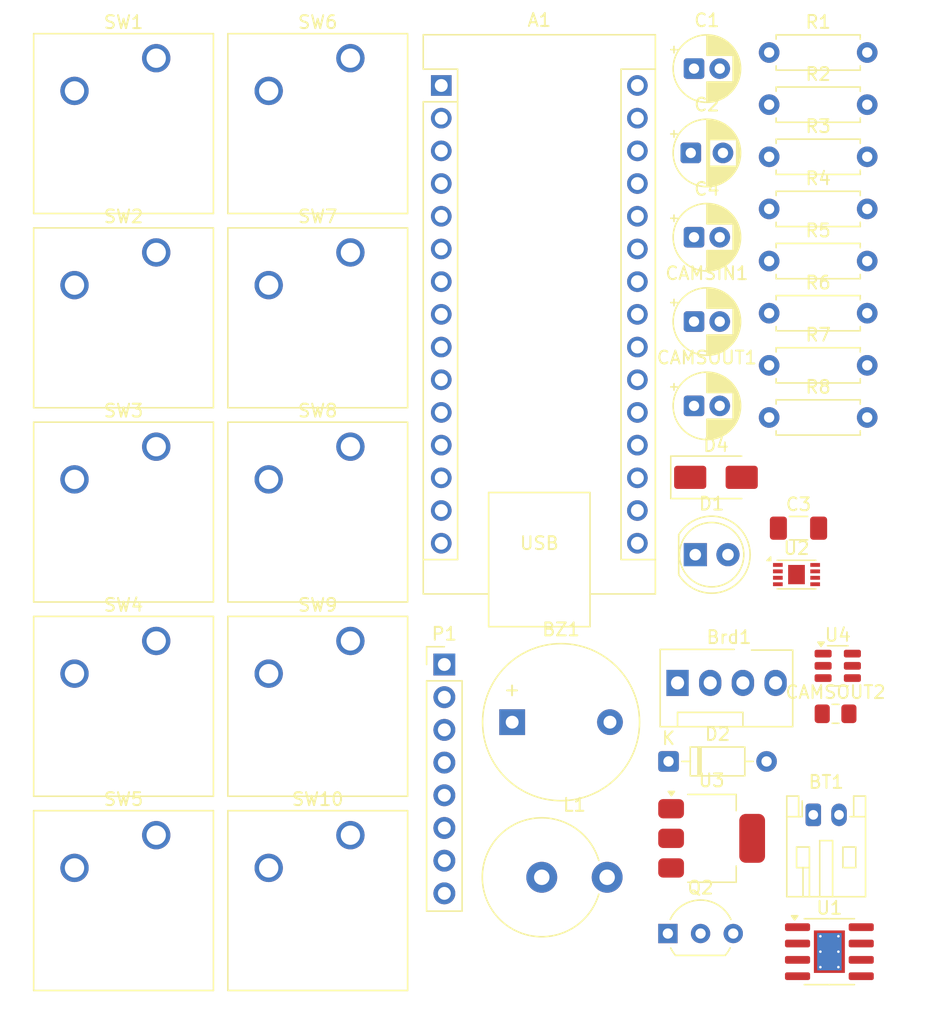
<source format=kicad_pcb>
(kicad_pcb (version 20241229) (generator "pcbnew") (generator_version "9.0")
  (layers (0 "F.Cu" signal) (2 "B.Cu" signal) (13 "F.Paste" user) (15 "B.Paste" user) (5 "F.SilkS" user "F.Silkscreen") (7 "B.SilkS" user "B.Silkscreen") (1 "F.Mask" user) (3 "B.Mask" user) (25 "Edge.Cuts" user))
  (net 0 "")
  (net 1 "5V")
  (net 4 "/SCL")
  (net 6 "/col2")
  (net 7 "/Sound")
  (net 10 "/col1")
  (net 11 "/rst")
  (net 12 "/SPI_MO")
  (net 13 "/row3")
  (net 16 "/SDA")
  (net 17 "/row1")
  (net 18 "/SPI_MI")
  (net 21 "/SPI_Clock")
  (net 22 "Net-(A1-~{RESET}-Pad28)")
  (net 23 "Net-(A1-~{RESET}-Pad3)")
  (net 24 "/row2")
  (net 26 "GND")
  (net 28 "/col3")
  (net 29 "/SS")
  (net 30 "BAT")
  (net 31 "Net-(BZ1--)")
  (net 32 "Net-(D4-K)")
  (net 33 "USB5V")
  (net 34 "3V3")
  (net 35 "Net-(D1-K)")
  (net 36 "Net-(D4-A)")
  (net 37 "Net-(U4-SW)")
  (net 38 "Net-(U4-FB)")
  (net 39 "Net-(U1-PROG)")
  (net 40 "Net-(U1-~{CHRG})")
  (net 48 "Net-(Q2-G)")
  (footprint "Capacitor_THT:CP_Radial_D5.0mm_P2.50mm" (layer "F.Cu") (at 121.879775 62.96)
    (property "Reference" "C2" (at 1.25 -3.75 0) (layer "F.SilkS"))
    (property "Value" "0.1mF")
    (pad "1" thru_hole roundrect (at 0 0) (size 1.6 1.6) (drill 0.8) (layers "*.Cu" "*.Mask") (roundrect_rratio 0.15625) (net 26 "GND"))
    (pad "2" thru_hole circle (at 2.5 0) (size 1.6 1.6) (drill 0.8) (layers "*.Cu" "*.Mask") (net 33 "USB5V"))
  )
  (footprint "Package_DFN_QFN:DFN-8-1EP_3x2mm_P0.5mm_EP1.3x1.5mm" (layer "F.Cu") (at 130.095 95.715)
    (property "Reference" "U2" (at 0 -2.05 0) (layer "F.SilkS"))
    (property "Value" "AT24CS16-MAHM")
    (pad "1" smd rect (at -1.45 -0.75) (size 0.75 0.3) (layers "F.Cu" "F.Mask" "F.Paste"))
    (pad "2" smd rect (at -1.45 -0.25) (size 0.75 0.3) (layers "F.Cu" "F.Mask" "F.Paste"))
    (pad "3" smd rect (at -1.45 0.25) (size 0.75 0.3) (layers "F.Cu" "F.Mask" "F.Paste"))
    (pad "4" smd rect (at -1.45 0.75) (size 0.75 0.3) (layers "F.Cu" "F.Mask" "F.Paste") (net 26 "GND"))
    (pad "5" smd rect (at 1.45 0.75) (size 0.75 0.3) (layers "F.Cu" "F.Mask" "F.Paste") (net 16 "/SDA"))
    (pad "6" smd rect (at 1.45 0.25) (size 0.75 0.3) (layers "F.Cu" "F.Mask" "F.Paste") (net 4 "/SCL"))
    (pad "7" smd rect (at 1.45 -0.25) (size 0.75 0.3) (layers "F.Cu" "F.Mask" "F.Paste") (net 26 "GND"))
    (pad "8" smd rect (at 1.45 -0.75) (size 0.75 0.3) (layers "F.Cu" "F.Mask" "F.Paste") (net 34 "3V3"))
    (pad "9" smd rect (at 0 0) (size 1.3 1.5) (layers "F.Cu" "F.Mask"))
  )
  (footprint "Button_Switch_Keyboard:SW_Cherry_MX_1.00u_PCB" (layer "F.Cu") (at 95.43 100.87)
    (property "Reference" "SW9" (at -2.54 -2.794 0) (layer "F.SilkS"))
    (property "Value" "SW_Push")
    (pad "" np_thru_hole circle (at -7.62 5.08) (size 1.7 1.7) (drill 1.7) (layers "*.Cu" "*.Mask"))
    (pad "" np_thru_hole circle (at -2.54 5.08) (size 4 4) (drill 4) (layers "*.Cu" "*.Mask"))
    (pad "" np_thru_hole circle (at 2.54 5.08) (size 1.7 1.7) (drill 1.7) (layers "*.Cu" "*.Mask"))
    (pad "1" thru_hole circle (at 0 0) (size 2.2 2.2) (drill 1.5) (layers "*.Cu" "*.Mask") (net 13 "/row3"))
    (pad "2" thru_hole circle (at -6.35 2.54) (size 2.2 2.2) (drill 1.5) (layers "*.Cu" "*.Mask") (net 28 "/col3"))
  )
  (footprint "Resistor_THT:R_Axial_DIN0207_L6.3mm_D2.5mm_P7.62mm_Horizontal" (layer "F.Cu") (at 127.97 83.51)
    (property "Reference" "R8" (at 3.81 -2.37 0) (layer "F.SilkS"))
    (property "Value" "100")
    (pad "1" thru_hole circle (at 0 0) (size 1.6 1.6) (drill 0.8) (layers "*.Cu" "*.Mask") (net 7 "/Sound"))
    (pad "2" thru_hole circle (at 7.62 0) (size 1.6 1.6) (drill 0.8) (layers "*.Cu" "*.Mask") (net 48 "Net-(Q2-G)"))
  )
  (footprint "Resistor_THT:R_Axial_DIN0207_L6.3mm_D2.5mm_P7.62mm_Horizontal" (layer "F.Cu") (at 127.97 63.26)
    (property "Reference" "R3" (at 3.81 -2.37 0) (layer "F.SilkS"))
    (property "Value" "10k")
    (pad "1" thru_hole circle (at 0 0) (size 1.6 1.6) (drill 0.8) (layers "*.Cu" "*.Mask") (net 1 "5V"))
    (pad "2" thru_hole circle (at 7.62 0) (size 1.6 1.6) (drill 0.8) (layers "*.Cu" "*.Mask") (net 23 "Net-(A1-~{RESET}-Pad3)"))
  )
  (footprint "Package_TO_SOT_SMD:SOT-23-6" (layer "F.Cu") (at 133.3 102.805)
    (property "Reference" "U4" (at 0 -2.4 0) (layer "F.SilkS"))
    (property "Value" "MT3608")
    (pad "1" smd roundrect (at -1.1375 -0.95) (size 1.325 0.6) (layers "F.Cu" "F.Mask" "F.Paste") (net 37 "Net-(U4-SW)"))
    (pad "2" smd roundrect (at -1.1375 0) (size 1.325 0.6) (layers "F.Cu" "F.Mask" "F.Paste") (net 26 "GND"))
    (pad "3" smd roundrect (at -1.1375 0.95) (size 1.325 0.6) (layers "F.Cu" "F.Mask" "F.Paste") (net 38 "Net-(U4-FB)"))
    (pad "4" smd roundrect (at 1.1375 0.95) (size 1.325 0.6) (layers "F.Cu" "F.Mask" "F.Paste") (net 30 "BAT"))
    (pad "5" smd roundrect (at 1.1375 0) (size 1.325 0.6) (layers "F.Cu" "F.Mask" "F.Paste") (net 30 "BAT"))
    (pad "6" smd roundrect (at 1.1375 -0.95) (size 1.325 0.6) (layers "F.Cu" "F.Mask" "F.Paste"))
  )
  (footprint "Package_SO:SOIC-8-1EP_3.9x4.9mm_P1.27mm_EP2.41x3.3mm_ThermalVias" (layer "F.Cu") (at 132.65 125.01)
    (property "Reference" "U1" (at 0 -3.4 0) (layer "F.SilkS"))
    (property "Value" "TP4056-42-ESOP8")
    (pad "1" smd roundrect (at -2.475 -1.905) (size 1.95 0.6) (layers "F.Cu" "F.Mask" "F.Paste") (net 26 "GND"))
    (pad "2" smd roundrect (at -2.475 -0.635) (size 1.95 0.6) (layers "F.Cu" "F.Mask" "F.Paste") (net 39 "Net-(U1-PROG)"))
    (pad "3" smd roundrect (at -2.475 0.635) (size 1.95 0.6) (layers "F.Cu" "F.Mask" "F.Paste") (net 26 "GND"))
    (pad "4" smd roundrect (at -2.475 1.905) (size 1.95 0.6) (layers "F.Cu" "F.Mask" "F.Paste") (net 33 "USB5V"))
    (pad "5" smd roundrect (at 2.475 1.905) (size 1.95 0.6) (layers "F.Cu" "F.Mask" "F.Paste") (net 30 "BAT"))
    (pad "6" smd roundrect (at 2.475 0.635) (size 1.95 0.6) (layers "F.Cu" "F.Mask" "F.Paste"))
    (pad "7" smd roundrect (at 2.475 -0.635) (size 1.95 0.6) (layers "F.Cu" "F.Mask" "F.Paste") (net 40 "Net-(U1-~{CHRG})"))
    (pad "8" smd roundrect (at 2.475 -1.905) (size 1.95 0.6) (layers "F.Cu" "F.Mask" "F.Paste") (net 33 "USB5V"))
    (pad "9" thru_hole circle (at -0.7 -1.2) (size 0.5 0.5) (drill 0.2) (property pad_prop_heatsink) (layers "*.Cu"))
    (pad "9" thru_hole circle (at -0.7 0) (size 0.5 0.5) (drill 0.2) (property pad_prop_heatsink) (layers "*.Cu"))
    (pad "9" thru_hole circle (at -0.7 1.2) (size 0.5 0.5) (drill 0.2) (property pad_prop_heatsink) (layers "*.Cu"))
    (pad "9" smd rect (at 0 0) (size 1.9 2.9) (property pad_prop_heatsink) (layers "B.Cu"))
    (pad "9" smd rect (at 0 0) (size 2.41 3.3) (property pad_prop_heatsink) (layers "F.Cu" "F.Mask"))
    (pad "9" thru_hole circle (at 0.7 -1.2) (size 0.5 0.5) (drill 0.2) (property pad_prop_heatsink) (layers "*.Cu"))
    (pad "9" thru_hole circle (at 0.7 0) (size 0.5 0.5) (drill 0.2) (property pad_prop_heatsink) (layers "*.Cu"))
    (pad "9" thru_hole circle (at 0.7 1.2) (size 0.5 0.5) (drill 0.2) (property pad_prop_heatsink) (layers "*.Cu"))
  )
  (footprint "Capacitor_THT:CP_Radial_D5.0mm_P2.00mm" (layer "F.Cu") (at 122.129775 82.61)
    (property "Reference" "CAMSOUT1" (at 1 -3.75 0) (layer "F.SilkS"))
    (property "Value" "10mF")
    (pad "1" thru_hole roundrect (at 0 0) (size 1.6 1.6) (drill 0.8) (layers "*.Cu" "*.Mask") (roundrect_rratio 0.15625) (net 34 "3V3"))
    (pad "2" thru_hole circle (at 2 0) (size 1.6 1.6) (drill 0.8) (layers "*.Cu" "*.Mask") (net 26 "GND"))
  )
  (footprint "Button_Switch_Keyboard:SW_Cherry_MX_1.00u_PCB" (layer "F.Cu") (at 80.34 100.87)
    (property "Reference" "SW4" (at -2.54 -2.794 0) (layer "F.SilkS"))
    (property "Value" "SW_Push")
    (pad "" np_thru_hole circle (at -7.62 5.08) (size 1.7 1.7) (drill 1.7) (layers "*.Cu" "*.Mask"))
    (pad "" np_thru_hole circle (at -2.54 5.08) (size 4 4) (drill 4) (layers "*.Cu" "*.Mask"))
    (pad "" np_thru_hole circle (at 2.54 5.08) (size 1.7 1.7) (drill 1.7) (layers "*.Cu" "*.Mask"))
    (pad "1" thru_hole circle (at 0 0) (size 2.2 2.2) (drill 1.5) (layers "*.Cu" "*.Mask") (net 24 "/row2"))
    (pad "2" thru_hole circle (at -6.35 2.54) (size 2.2 2.2) (drill 1.5) (layers "*.Cu" "*.Mask") (net 10 "/col1"))
  )
  (footprint "Capacitor_THT:CP_Radial_D5.0mm_P2.00mm" (layer "F.Cu") (at 122.129775 56.41)
    (property "Reference" "C1" (at 1 -3.75 0) (layer "F.SilkS"))
    (property "Value" "22mF")
    (pad "1" thru_hole roundrect (at 0 0) (size 1.6 1.6) (drill 0.8) (layers "*.Cu" "*.Mask") (roundrect_rratio 0.15625) (net 26 "GND"))
    (pad "2" thru_hole circle (at 2 0) (size 1.6 1.6) (drill 0.8) (layers "*.Cu" "*.Mask") (net 32 "Net-(D4-K)"))
  )
  (footprint "Capacitor_THT:CP_Radial_D5.0mm_P2.00mm" (layer "F.Cu") (at 122.129775 76.06)
    (property "Reference" "CAMSIN1" (at 1 -3.75 0) (layer "F.SilkS"))
    (property "Value" "10mF")
    (pad "1" thru_hole roundrect (at 0 0) (size 1.6 1.6) (drill 0.8) (layers "*.Cu" "*.Mask") (roundrect_rratio 0.15625) (net 1 "5V"))
    (pad "2" thru_hole circle (at 2 0) (size 1.6 1.6) (drill 0.8) (layers "*.Cu" "*.Mask") (net 26 "GND"))
  )
  (footprint "Package_TO_SOT_SMD:SOT-223-3_TabPin2" (layer "F.Cu") (at 123.5 116.205)
    (property "Reference" "U3" (at 0 -4.5 0) (layer "F.SilkS"))
    (property "Value" "AMS1117-3.3")
    (pad "1" smd roundrect (at -3.15 -2.3) (size 2 1.5) (layers "F.Cu" "F.Mask" "F.Paste") (net 26 "GND"))
    (pad "2" smd roundrect (at -3.15 0) (size 2 1.5) (layers "F.Cu" "F.Mask" "F.Paste") (net 34 "3V3"))
    (pad "2" smd roundrect (at 3.15 0) (size 2 3.8) (layers "F.Cu" "F.Mask" "F.Paste") (net 34 "3V3"))
    (pad "3" smd roundrect (at -3.15 2.3) (size 2 1.5) (layers "F.Cu" "F.Mask" "F.Paste") (net 1 "5V"))
  )
  (footprint "Connector:FanPinHeader_1x04_P2.54mm_Vertical" (layer "F.Cu") (at 120.85 104.13)
    (property "Reference" "Brd1" (at 4 -3.55 0) (layer "F.SilkS"))
    (property "Value" "SSD1306")
    (pad "" np_thru_hole circle (at 5.08 -2.16 90) (size 1.1 1.1) (drill 1.1) (layers "*.Cu" "*.Mask"))
    (pad "1" thru_hole rect (at 0 0 90) (size 2.03 1.73) (drill 1.02) (layers "*.Cu" "*.Mask") (net 26 "GND"))
    (pad "2" thru_hole oval (at 2.54 0 90) (size 2.03 1.73) (drill 1.02) (layers "*.Cu" "*.Mask") (net 1 "5V"))
    (pad "3" thru_hole oval (at 5.08 0 90) (size 2.03 1.73) (drill 1.02) (layers "*.Cu" "*.Mask") (net 4 "/SCL"))
    (pad "4" thru_hole oval (at 7.62 0 90) (size 2.03 1.73) (drill 1.02) (layers "*.Cu" "*.Mask") (net 16 "/SDA"))
  )
  (footprint "Resistor_THT:R_Axial_DIN0207_L6.3mm_D2.5mm_P7.62mm_Horizontal" (layer "F.Cu") (at 127.97 79.46)
    (property "Reference" "R7" (at 3.81 -2.37 0) (layer "F.SilkS"))
    (property "Value" "4.7k")
    (pad "1" thru_hole circle (at 0 0) (size 1.6 1.6) (drill 0.8) (layers "*.Cu" "*.Mask") (net 34 "3V3"))
    (pad "2" thru_hole circle (at 7.62 0) (size 1.6 1.6) (drill 0.8) (layers "*.Cu" "*.Mask") (net 4 "/SCL"))
  )
  (footprint "Resistor_THT:R_Axial_DIN0207_L6.3mm_D2.5mm_P7.62mm_Horizontal" (layer "F.Cu") (at 127.97 55.16)
    (property "Reference" "R1" (at 3.81 -2.37 0) (layer "F.SilkS"))
    (property "Value" "100k")
    (pad "1" thru_hole circle (at 0 0) (size 1.6 1.6) (drill 0.8) (layers "*.Cu" "*.Mask") (net 38 "Net-(U4-FB)"))
    (pad "2" thru_hole circle (at 7.62 0) (size 1.6 1.6) (drill 0.8) (layers "*.Cu" "*.Mask") (net 1 "5V"))
  )
  (footprint "Button_Switch_Keyboard:SW_Cherry_MX_1.00u_PCB" (layer "F.Cu") (at 80.34 115.96)
    (property "Reference" "SW5" (at -2.54 -2.794 0) (layer "F.SilkS"))
    (property "Value" "SW_Push")
    (pad "" np_thru_hole circle (at -7.62 5.08) (size 1.7 1.7) (drill 1.7) (layers "*.Cu" "*.Mask"))
    (pad "" np_thru_hole circle (at -2.54 5.08) (size 4 4) (drill 4) (layers "*.Cu" "*.Mask"))
    (pad "" np_thru_hole circle (at 2.54 5.08) (size 1.7 1.7) (drill 1.7) (layers "*.Cu" "*.Mask"))
    (pad "1" thru_hole circle (at 0 0) (size 2.2 2.2) (drill 1.5) (layers "*.Cu" "*.Mask") (net 24 "/row2"))
    (pad "2" thru_hole circle (at -6.35 2.54) (size 2.2 2.2) (drill 1.5) (layers "*.Cu" "*.Mask") (net 6 "/col2"))
  )
  (footprint "LED_THT:LED_D5.0mm" (layer "F.Cu") (at 122.23 94.17)
    (property "Reference" "D1" (at 1.27 -3.96 0) (layer "F.SilkS"))
    (property "Value" "LED")
    (pad "1" thru_hole rect (at 0 0) (size 1.8 1.8) (drill 0.9) (layers "*.Cu" "*.Mask") (net 35 "Net-(D1-K)"))
    (pad "2" thru_hole circle (at 2.54 0) (size 1.8 1.8) (drill 0.9) (layers "*.Cu" "*.Mask") (net 26 "GND"))
  )
  (footprint "Connector_JST:JST_PH_S2B-PH-K_1x02_P2.00mm_Horizontal" (layer "F.Cu") (at 131.4 114.38)
    (property "Reference" "BT1" (at 1 -2.55 0) (layer "F.SilkS"))
    (property "Value" "Battery_Cell")
    (pad "1" thru_hole roundrect (at 0 0) (size 1.2 1.75) (drill 0.75) (layers "*.Cu" "*.Mask") (roundrect_rratio 0.208333) (net 30 "BAT"))
    (pad "2" thru_hole oval (at 2 0) (size 1.2 1.75) (drill 0.75) (layers "*.Cu" "*.Mask") (net 26 "GND"))
  )
  (footprint "Resistor_THT:R_Axial_DIN0207_L6.3mm_D2.5mm_P7.62mm_Horizontal" (layer "F.Cu") (at 127.97 71.36)
    (property "Reference" "R5" (at 3.81 -2.37 0) (layer "F.SilkS"))
    (property "Value" "4.7k")
    (pad "1" thru_hole circle (at 0 0) (size 1.6 1.6) (drill 0.8) (layers "*.Cu" "*.Mask") (net 34 "3V3"))
    (pad "2" thru_hole circle (at 7.62 0) (size 1.6 1.6) (drill 0.8) (layers "*.Cu" "*.Mask") (net 16 "/SDA"))
  )
  (footprint "Diode_THT:D_DO-35_SOD27_P7.62mm_Horizontal" (layer "F.Cu") (at 120.15 110.23)
    (property "Reference" "D2" (at 3.81 -2.12 0) (layer "F.SilkS"))
    (property "Value" "1N4148")
    (fp_text user "K" (at 0 -1.8 0) (layer "F.SilkS"))
    (pad "1" thru_hole roundrect (at 0 0) (size 1.6 1.6) (drill 0.8) (layers "*.Cu" "*.Mask") (roundrect_rratio 0.15625) (net 1 "5V"))
    (pad "2" thru_hole circle (at 7.62 0) (size 1.6 1.6) (drill 0.8) (layers "*.Cu" "*.Mask") (net 31 "Net-(BZ1--)"))
  )
  (footprint "Capacitor_SMD:C_1206_3216Metric_Pad1.33x1.80mm_HandSolder" (layer "F.Cu") (at 130.25 92.11)
    (property "Reference" "C3" (at 0 -1.85 0) (layer "F.SilkS"))
    (property "Value" "10mF")
    (pad "1" smd roundrect (at -1.5625 0) (size 1.325 1.8) (layers "F.Cu" "F.Mask" "F.Paste") (roundrect_rratio 0.188679) (net 26 "GND"))
    (pad "2" smd roundrect (at 1.5625 0) (size 1.325 1.8) (layers "F.Cu" "F.Mask" "F.Paste") (roundrect_rratio 0.188679) (net 33 "USB5V"))
  )
  (footprint "Resistor_THT:R_Axial_DIN0207_L6.3mm_D2.5mm_P7.62mm_Horizontal" (layer "F.Cu") (at 127.97 59.21)
    (property "Reference" "R2" (at 3.81 -2.37 0) (layer "F.SilkS"))
    (property "Value" "20k")
    (pad "1" thru_hole circle (at 0 0) (size 1.6 1.6) (drill 0.8) (layers "*.Cu" "*.Mask") (net 38 "Net-(U4-FB)"))
    (pad "2" thru_hole circle (at 7.62 0) (size 1.6 1.6) (drill 0.8) (layers "*.Cu" "*.Mask") (net 26 "GND"))
  )
  (footprint "Connector_PinHeader_2.54mm:PinHeader_1x08_P2.54mm_Vertical" (layer "F.Cu") (at 102.73 102.7)
    (property "Reference" "P1" (at 0 -2.38 0) (layer "F.SilkS"))
    (property "Value" "RFID-RC522-MODULE")
    (pad "1" thru_hole rect (at 0 0) (size 1.7 1.7) (drill 1) (layers "*.Cu" "*.Mask") (net 29 "/SS"))
    (pad "2" thru_hole circle (at 0 2.54) (size 1.7 1.7) (drill 1) (layers "*.Cu" "*.Mask") (net 21 "/SPI_Clock"))
    (pad "3" thru_hole circle (at 0 5.08) (size 1.7 1.7) (drill 1) (layers "*.Cu" "*.Mask") (net 12 "/SPI_MO"))
    (pad "4" thru_hole circle (at 0 7.62) (size 1.7 1.7) (drill 1) (layers "*.Cu" "*.Mask") (net 18 "/SPI_MI"))
    (pad "5" thru_hole circle (at 0 10.16) (size 1.7 1.7) (drill 1) (layers "*.Cu" "*.Mask") (net 26 "GND"))
    (pad "6" thru_hole circle (at 0 12.7) (size 1.7 1.7) (drill 1) (layers "*.Cu" "*.Mask") (net 26 "GND"))
    (pad "7" thru_hole circle (at 0 15.24) (size 1.7 1.7) (drill 1) (layers "*.Cu" "*.Mask") (net 11 "/rst"))
    (pad "8" thru_hole circle (at 0 17.78) (size 1.7 1.7) (drill 1) (layers "*.Cu" "*.Mask") (net 34 "3V3"))
  )
  (footprint "Button_Switch_Keyboard:SW_Cherry_MX_1.00u_PCB" (layer "F.Cu") (at 95.43 85.78)
    (property "Reference" "SW8" (at -2.54 -2.794 0) (layer "F.SilkS"))
    (property "Value" "SW_Push")
    (pad "" np_thru_hole circle (at -7.62 5.08) (size 1.7 1.7) (drill 1.7) (layers "*.Cu" "*.Mask"))
    (pad "" np_thru_hole circle (at -2.54 5.08) (size 4 4) (drill 4) (layers "*.Cu" "*.Mask"))
    (pad "" np_thru_hole circle (at 2.54 5.08) (size 1.7 1.7) (drill 1.7) (layers "*.Cu" "*.Mask"))
    (pad "1" thru_hole circle (at 0 0) (size 2.2 2.2) (drill 1.5) (layers "*.Cu" "*.Mask") (net 13 "/row3"))
    (pad "2" thru_hole circle (at -6.35 2.54) (size 2.2 2.2) (drill 1.5) (layers "*.Cu" "*.Mask") (net 6 "/col2"))
  )
  (footprint "Buzzer_Beeper:Buzzer_12x9.5RM7.6" (layer "F.Cu") (at 108 107.18)
    (property "Reference" "BZ1" (at 3.8 -7.2 0) (layer "F.SilkS"))
    (property "Value" "Buzzer")
    (fp_text user "+" (at -0.01 -2.54 0) (layer "F.SilkS"))
    (pad "1" thru_hole rect (at 0 0) (size 2 2) (drill 1) (layers "*.Cu" "*.Mask") (net 1 "5V"))
    (pad "2" thru_hole circle (at 7.6 0) (size 2 2) (drill 1) (layers "*.Cu" "*.Mask") (net 31 "Net-(BZ1--)"))
  )
  (footprint "Diode_SMD:D_SMA" (layer "F.Cu") (at 123.835 88.16)
    (property "Reference" "D4" (at 0 -2.5 0) (layer "F.SilkS"))
    (property "Value" "SS14")
    (pad "1" smd roundrect (at -2 0) (size 2.5 1.8) (layers "F.Cu" "F.Mask" "F.Paste") (roundrect_rratio 0.1388888889) (net 32 "Net-(D4-K)"))
    (pad "2" smd roundrect (at 2 0) (size 2.5 1.8) (layers "F.Cu" "F.Mask" "F.Paste") (roundrect_rratio 0.1388888889) (net 36 "Net-(D4-A)"))
  )
  (footprint "Button_Switch_Keyboard:SW_Cherry_MX_1.00u_PCB" (layer "F.Cu") (at 80.34 85.78)
    (property "Reference" "SW3" (at -2.54 -2.794 0) (layer "F.SilkS"))
    (property "Value" "SW_Push")
    (pad "" np_thru_hole circle (at -7.62 5.08) (size 1.7 1.7) (drill 1.7) (layers "*.Cu" "*.Mask"))
    (pad "" np_thru_hole circle (at -2.54 5.08) (size 4 4) (drill 4) (layers "*.Cu" "*.Mask"))
    (pad "" np_thru_hole circle (at 2.54 5.08) (size 1.7 1.7) (drill 1.7) (layers "*.Cu" "*.Mask"))
    (pad "1" thru_hole circle (at 0 0) (size 2.2 2.2) (drill 1.5) (layers "*.Cu" "*.Mask") (net 17 "/row1"))
    (pad "2" thru_hole circle (at -6.35 2.54) (size 2.2 2.2) (drill 1.5) (layers "*.Cu" "*.Mask") (net 28 "/col3"))
  )
  (footprint "Button_Switch_Keyboard:SW_Cherry_MX_1.00u_PCB" (layer "F.Cu") (at 95.43 55.6)
    (property "Reference" "SW6" (at -2.54 -2.794 0) (layer "F.SilkS"))
    (property "Value" "SW_Push")
    (pad "" np_thru_hole circle (at -7.62 5.08) (size 1.7 1.7) (drill 1.7) (layers "*.Cu" "*.Mask"))
    (pad "" np_thru_hole circle (at -2.54 5.08) (size 4 4) (drill 4) (layers "*.Cu" "*.Mask"))
    (pad "" np_thru_hole circle (at 2.54 5.08) (size 1.7 1.7) (drill 1.7) (layers "*.Cu" "*.Mask"))
    (pad "1" thru_hole circle (at 0 0) (size 2.2 2.2) (drill 1.5) (layers "*.Cu" "*.Mask") (net 24 "/row2"))
    (pad "2" thru_hole circle (at -6.35 2.54) (size 2.2 2.2) (drill 1.5) (layers "*.Cu" "*.Mask") (net 28 "/col3"))
  )
  (footprint "Inductor_THT:L_Axial_L26.0mm_D9.0mm_P5.08mm_Vertical_Fastron_77A" (layer "F.Cu") (at 110.3 119.23)
    (property "Reference" "L1" (at 2.54 -5.62 0) (layer "F.SilkS"))
    (property "Value" "10mH")
    (pad "1" thru_hole circle (at 0 0) (size 2.4 2.4) (drill 1.2) (layers "*.Cu" "*.Mask") (net 37 "Net-(U4-SW)"))
    (pad "2" thru_hole circle (at 5.08 0) (size 2.4 2.4) (drill 1.2) (layers "*.Cu" "*.Mask") (net 36 "Net-(D4-A)"))
  )
  (footprint "Package_TO_SOT_THT:TO-92L_Inline_Wide" (layer "F.Cu") (at 120.1 123.6)
    (property "Reference" "Q2" (at 2.54 -3.56 0) (layer "F.SilkS"))
    (property "Value" "2N7000")
    (pad "1" thru_hole rect (at 0 0) (size 1.5 1.5) (drill 0.8) (layers "*.Cu" "*.Mask") (net 26 "GND"))
    (pad "2" thru_hole circle (at 2.54 0) (size 1.5 1.5) (drill 0.8) (layers "*.Cu" "*.Mask") (net 48 "Net-(Q2-G)"))
    (pad "3" thru_hole circle (at 5.08 0) (size 1.5 1.5) (drill 0.8) (layers "*.Cu" "*.Mask") (net 31 "Net-(BZ1--)"))
  )
  (footprint "Button_Switch_Keyboard:SW_Cherry_MX_1.00u_PCB" (layer "F.Cu") (at 95.43 115.96)
    (property "Reference" "SW10" (at -2.54 -2.794 0) (layer "F.SilkS"))
    (property "Value" "SW_RST")
    (pad "" np_thru_hole circle (at -7.62 5.08) (size 1.7 1.7) (drill 1.7) (layers "*.Cu" "*.Mask"))
    (pad "" np_thru_hole circle (at -2.54 5.08) (size 4 4) (drill 4) (layers "*.Cu" "*.Mask"))
    (pad "" np_thru_hole circle (at 2.54 5.08) (size 1.7 1.7) (drill 1.7) (layers "*.Cu" "*.Mask"))
    (pad "1" thru_hole circle (at 0 0) (size 2.2 2.2) (drill 1.5) (layers "*.Cu" "*.Mask") (net 22 "Net-(A1-~{RESET}-Pad28)"))
    (pad "2" thru_hole circle (at -6.35 2.54) (size 2.2 2.2) (drill 1.5) (layers "*.Cu" "*.Mask") (net 26 "GND"))
  )
  (footprint "Capacitor_SMD:C_0805_2012Metric_Pad1.18x1.45mm_HandSolder" (layer "F.Cu") (at 133.13 106.53)
    (property "Reference" "CAMSOUT2" (at 0 -1.68 0) (layer "F.SilkS"))
    (property "Value" "0.1mF")
    (pad "1" smd roundrect (at -1.0375 0) (size 1.175 1.45) (layers "F.Cu" "F.Mask" "F.Paste") (roundrect_rratio 0.212766) (net 34 "3V3"))
    (pad "2" smd roundrect (at 1.0375 0) (size 1.175 1.45) (layers "F.Cu" "F.Mask" "F.Paste") (roundrect_rratio 0.212766) (net 26 "GND"))
  )
  (footprint "Button_Switch_Keyboard:SW_Cherry_MX_1.00u_PCB" (layer "F.Cu") (at 80.34 55.6)
    (property "Reference" "SW1" (at -2.54 -2.794 0) (layer "F.SilkS"))
    (property "Value" "SW_Push")
    (pad "" np_thru_hole circle (at -7.62 5.08) (size 1.7 1.7) (drill 1.7) (layers "*.Cu" "*.Mask"))
    (pad "" np_thru_hole circle (at -2.54 5.08) (size 4 4) (drill 4) (layers "*.Cu" "*.Mask"))
    (pad "" np_thru_hole circle (at 2.54 5.08) (size 1.7 1.7) (drill 1.7) (layers "*.Cu" "*.Mask"))
    (pad "1" thru_hole circle (at 0 0) (size 2.2 2.2) (drill 1.5) (layers "*.Cu" "*.Mask") (net 17 "/row1"))
    (pad "2" thru_hole circle (at -6.35 2.54) (size 2.2 2.2) (drill 1.5) (layers "*.Cu" "*.Mask") (net 10 "/col1"))
  )
  (footprint "Button_Switch_Keyboard:SW_Cherry_MX_1.00u_PCB" (layer "F.Cu") (at 95.43 70.69)
    (property "Reference" "SW7" (at -2.54 -2.794 0) (layer "F.SilkS"))
    (property "Value" "SW_Push")
    (pad "" np_thru_hole circle (at -7.62 5.08) (size 1.7 1.7) (drill 1.7) (layers "*.Cu" "*.Mask"))
    (pad "" np_thru_hole circle (at -2.54 5.08) (size 4 4) (drill 4) (layers "*.Cu" "*.Mask"))
    (pad "" np_thru_hole circle (at 2.54 5.08) (size 1.7 1.7) (drill 1.7) (layers "*.Cu" "*.Mask"))
    (pad "1" thru_hole circle (at 0 0) (size 2.2 2.2) (drill 1.5) (layers "*.Cu" "*.Mask") (net 13 "/row3"))
    (pad "2" thru_hole circle (at -6.35 2.54) (size 2.2 2.2) (drill 1.5) (layers "*.Cu" "*.Mask") (net 10 "/col1"))
  )
  (footprint "Resistor_THT:R_Axial_DIN0207_L6.3mm_D2.5mm_P7.62mm_Horizontal" (layer "F.Cu") (at 127.97 67.31)
    (property "Reference" "R4" (at 3.81 -2.37 0) (layer "F.SilkS"))
    (property "Value" "2k")
    (pad "1" thru_hole circle (at 0 0) (size 1.6 1.6) (drill 0.8) (layers "*.Cu" "*.Mask") (net 26 "GND"))
    (pad "2" thru_hole circle (at 7.62 0) (size 1.6 1.6) (drill 0.8) (layers "*.Cu" "*.Mask") (net 39 "Net-(U1-PROG)"))
  )
  (footprint "Button_Switch_Keyboard:SW_Cherry_MX_1.00u_PCB" (layer "F.Cu") (at 80.34 70.69)
    (property "Reference" "SW2" (at -2.54 -2.794 0) (layer "F.SilkS"))
    (property "Value" "SW_Push")
    (pad "" np_thru_hole circle (at -7.62 5.08) (size 1.7 1.7) (drill 1.7) (layers "*.Cu" "*.Mask"))
    (pad "" np_thru_hole circle (at -2.54 5.08) (size 4 4) (drill 4) (layers "*.Cu" "*.Mask"))
    (pad "" np_thru_hole circle (at 2.54 5.08) (size 1.7 1.7) (drill 1.7) (layers "*.Cu" "*.Mask"))
    (pad "1" thru_hole circle (at 0 0) (size 2.2 2.2) (drill 1.5) (layers "*.Cu" "*.Mask") (net 17 "/row1"))
    (pad "2" thru_hole circle (at -6.35 2.54) (size 2.2 2.2) (drill 1.5) (layers "*.Cu" "*.Mask") (net 6 "/col2"))
  )
  (footprint "Resistor_THT:R_Axial_DIN0207_L6.3mm_D2.5mm_P7.62mm_Horizontal" (layer "F.Cu") (at 127.97 75.41)
    (property "Reference" "R6" (at 3.81 -2.37 0) (layer "F.SilkS"))
    (property "Value" "220")
    (pad "1" thru_hole circle (at 0 0) (size 1.6 1.6) (drill 0.8) (layers "*.Cu" "*.Mask") (net 40 "Net-(U1-~{CHRG})"))
    (pad "2" thru_hole circle (at 7.62 0) (size 1.6 1.6) (drill 0.8) (layers "*.Cu" "*.Mask") (net 35 "Net-(D1-K)"))
  )
  (footprint "Capacitor_THT:CP_Radial_D5.0mm_P2.00mm" (layer "F.Cu") (at 122.129775 69.51)
    (property "Reference" "C4" (at 1 -3.75 0) (layer "F.SilkS"))
    (property "Value" "22mF")
    (pad "1" thru_hole roundrect (at 0 0) (size 1.6 1.6) (drill 0.8) (layers "*.Cu" "*.Mask") (roundrect_rratio 0.15625) (net 26 "GND"))
    (pad "2" thru_hole circle (at 2 0) (size 1.6 1.6) (drill 0.8) (layers "*.Cu" "*.Mask") (net 30 "BAT"))
  )
  (footprint "Module:Arduino_Nano" (layer "F.Cu") (at 102.49 57.72)
    (property "Reference" "A1" (at 7.62 -5.08 0) (layer "F.SilkS"))
    (property "Value" "Arduino_Nano_v3.x")
    (fp_text user "USB" (at 7.62 35.56 0) (layer "F.SilkS"))
    (pad "1" thru_hole rect (at 0 0) (size 1.6 1.6) (drill 1) (layers "*.Cu" "*.Mask"))
    (pad "2" thru_hole oval (at 0 2.54) (size 1.6 1.6) (drill 1) (layers "*.Cu" "*.Mask"))
    (pad "3" thru_hole oval (at 0 5.08) (size 1.6 1.6) (drill 1) (layers "*.Cu" "*.Mask") (net 23 "Net-(A1-~{RESET}-Pad3)"))
    (pad "4" thru_hole oval (at 0 7.62) (size 1.6 1.6) (drill 1) (layers "*.Cu" "*.Mask") (net 26 "GND"))
    (pad "5" thru_hole oval (at 0 10.16) (size 1.6 1.6) (drill 1) (layers "*.Cu" "*.Mask") (net 17 "/row1"))
    (pad "6" thru_hole oval (at 0 12.7) (size 1.6 1.6) (drill 1) (layers "*.Cu" "*.Mask") (net 24 "/row2"))
    (pad "7" thru_hole oval (at 0 15.24) (size 1.6 1.6) (drill 1) (layers "*.Cu" "*.Mask") (net 13 "/row3"))
    (pad "8" thru_hole oval (at 0 17.78) (size 1.6 1.6) (drill 1) (layers "*.Cu" "*.Mask") (net 10 "/col1"))
    (pad "9" thru_hole oval (at 0 20.32) (size 1.6 1.6) (drill 1) (layers "*.Cu" "*.Mask") (net 6 "/col2"))
    (pad "10" thru_hole oval (at 0 22.86) (size 1.6 1.6) (drill 1) (layers "*.Cu" "*.Mask") (net 28 "/col3"))
    (pad "11" thru_hole oval (at 0 25.4) (size 1.6 1.6) (drill 1) (layers "*.Cu" "*.Mask") (net 7 "/Sound"))
    (pad "12" thru_hole oval (at 0 27.94) (size 1.6 1.6) (drill 1) (layers "*.Cu" "*.Mask") (net 11 "/rst"))
    (pad "13" thru_hole oval (at 0 30.48) (size 1.6 1.6) (drill 1) (layers "*.Cu" "*.Mask") (net 29 "/SS"))
    (pad "14" thru_hole oval (at 0 33.02) (size 1.6 1.6) (drill 1) (layers "*.Cu" "*.Mask") (net 12 "/SPI_MO"))
    (pad "15" thru_hole oval (at 0 35.56) (size 1.6 1.6) (drill 1) (layers "*.Cu" "*.Mask") (net 18 "/SPI_MI"))
    (pad "16" thru_hole oval (at 15.24 35.56) (size 1.6 1.6) (drill 1) (layers "*.Cu" "*.Mask") (net 21 "/SPI_Clock"))
    (pad "17" thru_hole oval (at 15.24 33.02) (size 1.6 1.6) (drill 1) (layers "*.Cu" "*.Mask"))
    (pad "18" thru_hole oval (at 15.24 30.48) (size 1.6 1.6) (drill 1) (layers "*.Cu" "*.Mask"))
    (pad "19" thru_hole oval (at 15.24 27.94) (size 1.6 1.6) (drill 1) (layers "*.Cu" "*.Mask"))
    (pad "20" thru_hole oval (at 15.24 25.4) (size 1.6 1.6) (drill 1) (layers "*.Cu" "*.Mask"))
    (pad "21" thru_hole oval (at 15.24 22.86) (size 1.6 1.6) (drill 1) (layers "*.Cu" "*.Mask"))
    (pad "22" thru_hole oval (at 15.24 20.32) (size 1.6 1.6) (drill 1) (layers "*.Cu" "*.Mask"))
    (pad "23" thru_hole oval (at 15.24 17.78) (size 1.6 1.6) (drill 1) (layers "*.Cu" "*.Mask") (net 16 "/SDA"))
    (pad "24" thru_hole oval (at 15.24 15.24) (size 1.6 1.6) (drill 1) (layers "*.Cu" "*.Mask") (net 4 "/SCL"))
    (pad "25" thru_hole oval (at 15.24 12.7) (size 1.6 1.6) (drill 1) (layers "*.Cu" "*.Mask"))
    (pad "26" thru_hole oval (at 15.24 10.16) (size 1.6 1.6) (drill 1) (layers "*.Cu" "*.Mask"))
    (pad "27" thru_hole oval (at 15.24 7.62) (size 1.6 1.6) (drill 1) (layers "*.Cu" "*.Mask") (net 1 "5V"))
    (pad "28" thru_hole oval (at 15.24 5.08) (size 1.6 1.6) (drill 1) (layers "*.Cu" "*.Mask") (net 22 "Net-(A1-~{RESET}-Pad28)"))
    (pad "29" thru_hole oval (at 15.24 2.54) (size 1.6 1.6) (drill 1) (layers "*.Cu" "*.Mask") (net 26 "GND"))
    (pad "30" thru_hole oval (at 15.24 0) (size 1.6 1.6) (drill 1) (layers "*.Cu" "*.Mask"))
  )
)
</source>
